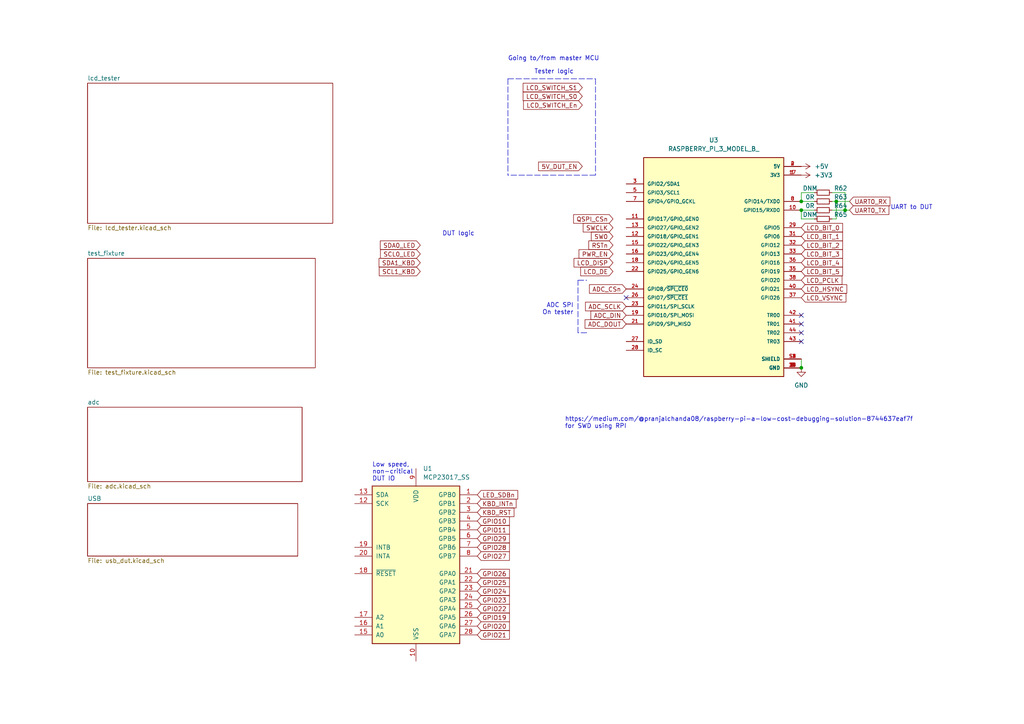
<source format=kicad_sch>
(kicad_sch (version 20211123) (generator eeschema)
  (paper "A4")
  (lib_symbols
    (symbol "Device:R_Small" (pin_numbers hide) (pin_names (offset 0.254) hide)
      (property "Reference" "R" (at 0.762 0.508 0))
      (property "Value" "R_Small" (at 0.762 -1.016 0))
      (symbol "R_Small_0_1"
        (rectangle (start -0.762 1.778) (end 0.762 -1.778) (stroke (width 0.2032)))
      )
      (symbol "R_Small_1_1"
        (pin passive line (at 0 2.54 270) (length 0.762) (name "~") (number "1"))
        (pin passive line (at 0 -2.54 90) (length 0.762) (name "~") (number "2"))
      )
    )
    (symbol "Interface_Expansion:MCP23017_SS" (pin_names (offset 1.016))
      (property "Reference" "U" (at -11.43 24.13 0))
      (property "Value" "MCP23017_SS" (at 0 0 0))
      (symbol "MCP23017_SS_0_1"
        (rectangle (start -12.7 22.86) (end 12.7 -22.86) (stroke (width 0.254)) (fill (type background)))
      )
      (symbol "MCP23017_SS_1_1"
        (pin bidirectional line (at 17.78 20.32 180) (length 5.08) (name "GPB0") (number "1"))
        (pin power_in line (at 0 -27.94 90) (length 5.08) (name "VSS") (number "10"))
        (pin no_connect line (at -12.7 15.24 0) (length 5.08) hide (name "NC") (number "11"))
        (pin input line (at -17.78 17.78 0) (length 5.08) (name "SCK") (number "12"))
        (pin bidirectional line (at -17.78 20.32 0) (length 5.08) (name "SDA") (number "13"))
        (pin no_connect line (at -12.7 12.7 0) (length 5.08) hide (name "NC") (number "14"))
        (pin input line (at -17.78 -20.32 0) (length 5.08) (name "A0") (number "15"))
        (pin input line (at -17.78 -17.78 0) (length 5.08) (name "A1") (number "16"))
        (pin input line (at -17.78 -15.24 0) (length 5.08) (name "A2") (number "17"))
        (pin input line (at -17.78 -2.54 0) (length 5.08) (name "~{RESET}") (number "18"))
        (pin tri_state line (at -17.78 5.08 0) (length 5.08) (name "INTB") (number "19"))
        (pin bidirectional line (at 17.78 17.78 180) (length 5.08) (name "GPB1") (number "2"))
        (pin tri_state line (at -17.78 2.54 0) (length 5.08) (name "INTA") (number "20"))
        (pin bidirectional line (at 17.78 -2.54 180) (length 5.08) (name "GPA0") (number "21"))
        (pin bidirectional line (at 17.78 -5.08 180) (length 5.08) (name "GPA1") (number "22"))
        (pin bidirectional line (at 17.78 -7.62 180) (length 5.08) (name "GPA2") (number "23"))
        (pin bidirectional line (at 17.78 -10.16 180) (length 5.08) (name "GPA3") (number "24"))
        (pin bidirectional line (at 17.78 -12.7 180) (length 5.08) (name "GPA4") (number "25"))
        (pin bidirectional line (at 17.78 -15.24 180) (length 5.08) (name "GPA5") (number "26"))
        (pin bidirectional line (at 17.78 -17.78 180) (length 5.08) (name "GPA6") (number "27"))
        (pin bidirectional line (at 17.78 -20.32 180) (length 5.08) (name "GPA7") (number "28"))
        (pin bidirectional line (at 17.78 15.24 180) (length 5.08) (name "GPB2") (number "3"))
        (pin bidirectional line (at 17.78 12.7 180) (length 5.08) (name "GPB3") (number "4"))
        (pin bidirectional line (at 17.78 10.16 180) (length 5.08) (name "GPB4") (number "5"))
        (pin bidirectional line (at 17.78 7.62 180) (length 5.08) (name "GPB5") (number "6"))
        (pin bidirectional line (at 17.78 5.08 180) (length 5.08) (name "GPB6") (number "7"))
        (pin bidirectional line (at 17.78 2.54 180) (length 5.08) (name "GPB7") (number "8"))
        (pin power_in line (at 0 27.94 270) (length 5.08) (name "VDD") (number "9"))
      )
    )
    (symbol "RASPBERRY_PI_3_MODEL_B_:RASPBERRY_PI_3_MODEL_B_" (pin_names (offset 1.016))
      (property "Reference" "U" (at -20.32 33.528 0))
      (property "Value" "RASPBERRY_PI_3_MODEL_B_" (at -20.32 -33.02 0))
      (symbol "RASPBERRY_PI_3_MODEL_B__0_0"
        (rectangle (start -20.32 -30.48) (end 20.32 33.02) (stroke (width 0.254)) (fill (type background)))
        (pin power_in line (at 25.4 27.94 180) (length 5.08) (name "3V3") (number "1"))
        (pin bidirectional line (at 25.4 17.78 180) (length 5.08) (name "GPIO15/RXD0") (number "10"))
        (pin bidirectional line (at -25.4 15.24 0) (length 5.08) (name "GPIO17/GPIO_GEN0") (number "11"))
        (pin bidirectional line (at -25.4 10.16 0) (length 5.08) (name "GPIO18/GPIO_GEN1") (number "12"))
        (pin bidirectional line (at -25.4 12.7 0) (length 5.08) (name "GPIO27/GPIO_GEN2") (number "13"))
        (pin power_in line (at 25.4 -27.94 180) (length 5.08) (name "GND") (number "14"))
        (pin bidirectional line (at -25.4 7.62 0) (length 5.08) (name "GPIO22/GPIO_GEN3") (number "15"))
        (pin bidirectional line (at -25.4 5.08 0) (length 5.08) (name "GPIO23/GPIO_GEN4") (number "16"))
        (pin power_in line (at 25.4 27.94 180) (length 5.08) (name "3V3") (number "17"))
        (pin bidirectional line (at -25.4 2.54 0) (length 5.08) (name "GPIO24/GPIO_GEN5") (number "18"))
        (pin bidirectional line (at -25.4 -12.7 0) (length 5.08) (name "GPIO10/SPI_MOSI") (number "19"))
        (pin power_in line (at 25.4 30.48 180) (length 5.08) (name "5V") (number "2"))
        (pin power_in line (at 25.4 -27.94 180) (length 5.08) (name "GND") (number "20"))
        (pin bidirectional line (at -25.4 -15.24 0) (length 5.08) (name "GPIO9/SPI_MISO") (number "21"))
        (pin bidirectional line (at -25.4 0 0) (length 5.08) (name "GPIO25/GPIO_GEN6") (number "22"))
        (pin bidirectional line (at -25.4 -10.16 0) (length 5.08) (name "GPIO11/SPI_SCLK") (number "23"))
        (pin bidirectional line (at -25.4 -5.08 0) (length 5.08) (name "GPIO8/~{SPI_CE0}") (number "24"))
        (pin power_in line (at 25.4 -27.94 180) (length 5.08) (name "GND") (number "25"))
        (pin bidirectional line (at -25.4 -7.62 0) (length 5.08) (name "GPIO7/~{SPI_CE1}") (number "26"))
        (pin bidirectional line (at -25.4 -20.32 0) (length 5.08) (name "ID_SD") (number "27"))
        (pin bidirectional line (at -25.4 -22.86 0) (length 5.08) (name "ID_SC") (number "28"))
        (pin bidirectional line (at 25.4 12.7 180) (length 5.08) (name "GPIO5") (number "29"))
        (pin bidirectional line (at -25.4 25.4 0) (length 5.08) (name "GPIO2/SDA1") (number "3"))
        (pin power_in line (at 25.4 -27.94 180) (length 5.08) (name "GND") (number "30"))
        (pin bidirectional line (at 25.4 10.16 180) (length 5.08) (name "GPIO6") (number "31"))
        (pin bidirectional line (at 25.4 7.62 180) (length 5.08) (name "GPIO12") (number "32"))
        (pin bidirectional line (at 25.4 5.08 180) (length 5.08) (name "GPIO13") (number "33"))
        (pin power_in line (at 25.4 -27.94 180) (length 5.08) (name "GND") (number "34"))
        (pin bidirectional line (at 25.4 0 180) (length 5.08) (name "GPIO19") (number "35"))
        (pin bidirectional line (at 25.4 2.54 180) (length 5.08) (name "GPIO16") (number "36"))
        (pin bidirectional line (at 25.4 -7.62 180) (length 5.08) (name "GPIO26") (number "37"))
        (pin bidirectional line (at 25.4 -2.54 180) (length 5.08) (name "GPIO20") (number "38"))
        (pin power_in line (at 25.4 -27.94 180) (length 5.08) (name "GND") (number "39"))
        (pin power_in line (at 25.4 30.48 180) (length 5.08) (name "5V") (number "4"))
        (pin bidirectional line (at 25.4 -5.08 180) (length 5.08) (name "GPIO21") (number "40"))
        (pin bidirectional line (at 25.4 -15.24 180) (length 5.08) (name "TR01") (number "41"))
        (pin bidirectional line (at 25.4 -12.7 180) (length 5.08) (name "TR00") (number "42"))
        (pin bidirectional line (at 25.4 -20.32 180) (length 5.08) (name "TR03") (number "43"))
        (pin bidirectional line (at 25.4 -17.78 180) (length 5.08) (name "TR02") (number "44"))
        (pin bidirectional line (at -25.4 22.86 0) (length 5.08) (name "GPIO3/SCL1") (number "5"))
        (pin power_in line (at 25.4 -27.94 180) (length 5.08) (name "GND") (number "6"))
        (pin bidirectional line (at -25.4 20.32 0) (length 5.08) (name "GPIO4/GPIO_GCKL") (number "7"))
        (pin bidirectional line (at 25.4 20.32 180) (length 5.08) (name "GPIO14/TXD0") (number "8"))
        (pin power_in line (at 25.4 -27.94 180) (length 5.08) (name "GND") (number "9"))
        (pin power_in line (at 25.4 -25.4 180) (length 5.08) (name "SHIELD") (number "S1"))
        (pin power_in line (at 25.4 -25.4 180) (length 5.08) (name "SHIELD") (number "S2"))
        (pin power_in line (at 25.4 -25.4 180) (length 5.08) (name "SHIELD") (number "S3"))
        (pin power_in line (at 25.4 -25.4 180) (length 5.08) (name "SHIELD") (number "S4"))
      )
    )
    (symbol "power:+3V3" (power) (pin_names (offset 0))
      (property "Value" "+3V3" (at 0 3.556 0))
      (symbol "+3V3_0_1"
        (polyline (pts (xy -0.762 1.27) (xy 0 2.54)))
        (polyline (pts (xy 0 0) (xy 0 2.54)))
        (polyline (pts (xy 0 2.54) (xy 0.762 1.27)))
      )
      (symbol "+3V3_1_1"
        (pin power_in line (at 0 0 90) (length 0) hide (name "+3V3") (number "1"))
      )
    )
    (symbol "power:+5V" (power) (pin_names (offset 0))
      (property "Value" "+5V" (at 0 3.556 0))
      (symbol "+5V_0_1"
        (polyline (pts (xy -0.762 1.27) (xy 0 2.54)))
        (polyline (pts (xy 0 0) (xy 0 2.54)))
        (polyline (pts (xy 0 2.54) (xy 0.762 1.27)))
      )
      (symbol "+5V_1_1"
        (pin power_in line (at 0 0 90) (length 0) hide (name "+5V") (number "1"))
      )
    )
    (symbol "power:GND" (power) (pin_names (offset 0))
      (property "Value" "GND" (at 0 -3.81 0))
      (symbol "GND_0_1"
        (polyline (pts (xy 0 0) (xy 0 -1.27) (xy 1.27 -1.27) (xy 0 -2.54) (xy -1.27 -1.27) (xy 0 -1.27)))
      )
      (symbol "GND_1_1"
        (pin power_in line (at 0 0 270) (length 0) hide (name "GND") (number "1"))
      )
    )
  )
  (junction (at 245.11 60.96))
  (junction (at 232.41 58.42))
  (junction (at 232.41 106.68))
  (junction (at 242.57 58.42))
  (junction (at 232.41 60.96))
  (no_connect (at 181.61 86.36))
  (no_connect (at 232.41 96.52))
  (no_connect (at 232.41 93.98))
  (no_connect (at 232.41 91.44))
  (no_connect (at 232.41 99.06))
  (wire (pts (xy 236.22 60.96) (xy 232.41 60.96)))
  (wire (pts (xy 232.41 63.5) (xy 232.41 60.96)))
  (polyline (pts (xy 147.32 22.86) (xy 147.32 50.8)))
  (wire (pts (xy 236.22 58.42) (xy 232.41 58.42)))
  (polyline (pts (xy 147.32 22.86) (xy 172.72 22.86)))
  (wire (pts (xy 241.3 63.5) (xy 242.57 63.5)))
  (wire (pts (xy 232.41 55.88) (xy 232.41 58.42)))
  (wire (pts (xy 245.11 55.88) (xy 241.3 55.88)))
  (wire (pts (xy 236.22 55.88) (xy 232.41 55.88)))
  (wire (pts (xy 246.38 60.96) (xy 245.11 60.96)))
  (wire (pts (xy 246.38 58.42) (xy 242.57 58.42)))
  (polyline (pts (xy 172.72 22.86) (xy 172.72 50.8)))
  (wire (pts (xy 232.41 104.14) (xy 232.41 106.68)))
  (wire (pts (xy 245.11 60.96) (xy 241.3 60.96)))
  (polyline (pts (xy 170.18 96.52) (xy 167.64 96.52)))
  (wire (pts (xy 242.57 58.42) (xy 241.3 58.42)))
  (polyline (pts (xy 167.64 96.52) (xy 167.64 81.28)))
  (wire (pts (xy 236.22 63.5) (xy 232.41 63.5)))
  (wire (pts (xy 245.11 60.96) (xy 245.11 55.88)))
  (wire (pts (xy 242.57 63.5) (xy 242.57 58.42)))
  (polyline (pts (xy 167.64 81.28) (xy 170.18 81.28)))
  (polyline (pts (xy 172.72 50.8) (xy 147.32 50.8)))
  (text "Tester logic" (at 154.94 21.59 0) (effects (font (size 1.27 1.27)) (justify left bottom)))
  (text "Low speed, \nnon-critical\nDUT IO" (at 107.95 139.7 0) (effects (font (size 1.27 1.27)) (justify left bottom)))
  (text "https://medium.com/@pranjalchanda08/raspberry-pi-a-low-cost-debugging-solution-8744637eaf7f\nfor SWD using RPI" (at 163.83 124.46 0) (effects (font (size 1.27 1.27)) (justify left bottom)))
  (text "Going to/from master MCU" (at 147.32 17.78 0) (effects (font (size 1.27 1.27)) (justify left bottom)))
  (text "ADC SPI\nOn tester" (at 166.37 91.44 180) (effects (font (size 1.27 1.27)) (justify right bottom)))
  (text "DUT logic" (at 128.27 68.58 0) (effects (font (size 1.27 1.27)) (justify left bottom)))
  (text "UART to DUT" (at 270.51 60.96 180) (effects (font (size 1.27 1.27)) (justify right bottom)))
  (global_label "ADC_DIN" (shape input) (at 181.61 91.44 180) (property "Intersheet References" "${INTERSHEET_REFS}" (effects hide)))
  (global_label "GPIO26" (shape input) (at 138.43 166.37 0) (property "Intersheet References" "${INTERSHEET_REFS}" (effects hide)))
  (global_label "PWR_EN" (shape input) (at 177.8 73.66 180) (property "Intersheet References" "${INTERSHEET_REFS}" (effects hide)))
  (global_label "SWCLK" (shape input) (at 177.8 66.04 180) (property "Intersheet References" "${INTERSHEET_REFS}" (effects hide)))
  (global_label "LCD_HSYNC" (shape input) (at 232.41 83.82 0) (property "Intersheet References" "${INTERSHEET_REFS}" (effects hide)))
  (global_label "KBD_INTn" (shape input) (at 138.43 146.05 0) (property "Intersheet References" "${INTERSHEET_REFS}" (effects hide)))
  (global_label "GPIO23" (shape input) (at 138.43 173.99 0) (property "Intersheet References" "${INTERSHEET_REFS}" (effects hide)))
  (global_label "LCD_SWITCH_En" (shape input) (at 168.91 30.48 180) (property "Intersheet References" "${INTERSHEET_REFS}" (effects hide)))
  (global_label "UART0_RX" (shape input) (at 246.38 58.42 0) (property "Intersheet References" "${INTERSHEET_REFS}" (effects hide)))
  (global_label "5V_DUT_EN" (shape input) (at 168.91 48.26 180) (property "Intersheet References" "${INTERSHEET_REFS}" (effects hide)))
  (global_label "LCD_PCLK" (shape input) (at 232.41 81.28 0) (property "Intersheet References" "${INTERSHEET_REFS}" (effects hide)))
  (global_label "SCL1_KBD" (shape input) (at 121.92 78.74 180) (property "Intersheet References" "${INTERSHEET_REFS}" (effects hide)))
  (global_label "QSPI_CSn" (shape input) (at 177.8 63.5 180) (property "Intersheet References" "${INTERSHEET_REFS}" (effects hide)))
  (global_label "LCD_BIT_5" (shape input) (at 232.41 78.74 0) (property "Intersheet References" "${INTERSHEET_REFS}" (effects hide)))
  (global_label "LCD_BIT_1" (shape input) (at 232.41 68.58 0) (property "Intersheet References" "${INTERSHEET_REFS}" (effects hide)))
  (global_label "LCD_BIT_3" (shape input) (at 232.41 73.66 0) (property "Intersheet References" "${INTERSHEET_REFS}" (effects hide)))
  (global_label "LCD_DISP" (shape input) (at 177.8 76.2 180) (property "Intersheet References" "${INTERSHEET_REFS}" (effects hide)))
  (global_label "SW0" (shape input) (at 177.8 68.58 180) (property "Intersheet References" "${INTERSHEET_REFS}" (effects hide)))
  (global_label "LED_SDBn" (shape input) (at 138.43 143.51 0) (property "Intersheet References" "${INTERSHEET_REFS}" (effects hide)))
  (global_label "LCD_SWITCH_S1" (shape input) (at 168.91 25.4 180) (property "Intersheet References" "${INTERSHEET_REFS}" (effects hide)))
  (global_label "LCD_VSYNC" (shape input) (at 232.41 86.36 0) (property "Intersheet References" "${INTERSHEET_REFS}" (effects hide)))
  (global_label "GPIO11" (shape input) (at 138.43 153.67 0) (property "Intersheet References" "${INTERSHEET_REFS}" (effects hide)))
  (global_label "LCD_BIT_0" (shape input) (at 232.41 66.04 0) (property "Intersheet References" "${INTERSHEET_REFS}" (effects hide)))
  (global_label "GPIO20" (shape input) (at 138.43 181.61 0) (property "Intersheet References" "${INTERSHEET_REFS}" (effects hide)))
  (global_label "LCD_SWITCH_S0" (shape input) (at 168.91 27.94 180) (property "Intersheet References" "${INTERSHEET_REFS}" (effects hide)))
  (global_label "LCD_BIT_2" (shape input) (at 232.41 71.12 0) (property "Intersheet References" "${INTERSHEET_REFS}" (effects hide)))
  (global_label "ADC_CSn" (shape input) (at 181.61 83.82 180) (property "Intersheet References" "${INTERSHEET_REFS}" (effects hide)))
  (global_label "GPIO22" (shape input) (at 138.43 176.53 0) (property "Intersheet References" "${INTERSHEET_REFS}" (effects hide)))
  (global_label "GPIO21" (shape input) (at 138.43 184.15 0) (property "Intersheet References" "${INTERSHEET_REFS}" (effects hide)))
  (global_label "GPIO10" (shape input) (at 138.43 151.13 0) (property "Intersheet References" "${INTERSHEET_REFS}" (effects hide)))
  (global_label "LCD_BIT_4" (shape input) (at 232.41 76.2 0) (property "Intersheet References" "${INTERSHEET_REFS}" (effects hide)))
  (global_label "ADC_DOUT" (shape input) (at 181.61 93.98 180) (property "Intersheet References" "${INTERSHEET_REFS}" (effects hide)))
  (global_label "RSTn" (shape input) (at 177.8 71.12 180) (property "Intersheet References" "${INTERSHEET_REFS}" (effects hide)))
  (global_label "GPIO25" (shape input) (at 138.43 168.91 0) (property "Intersheet References" "${INTERSHEET_REFS}" (effects hide)))
  (global_label "SCL0_LED" (shape input) (at 121.92 73.66 180) (property "Intersheet References" "${INTERSHEET_REFS}" (effects hide)))
  (global_label "LCD_DE" (shape input) (at 177.8 78.74 180) (property "Intersheet References" "${INTERSHEET_REFS}" (effects hide)))
  (global_label "KBD_RST" (shape input) (at 138.43 148.59 0) (property "Intersheet References" "${INTERSHEET_REFS}" (effects hide)))
  (global_label "ADC_SCLK" (shape input) (at 181.61 88.9 180) (property "Intersheet References" "${INTERSHEET_REFS}" (effects hide)))
  (global_label "UART0_TX" (shape input) (at 246.38 60.96 0) (property "Intersheet References" "${INTERSHEET_REFS}" (effects hide)))
  (global_label "GPIO29" (shape input) (at 138.43 156.21 0) (property "Intersheet References" "${INTERSHEET_REFS}" (effects hide)))
  (global_label "SDA0_LED" (shape input) (at 121.92 71.12 180) (property "Intersheet References" "${INTERSHEET_REFS}" (effects hide)))
  (global_label "GPIO28" (shape input) (at 138.43 158.75 0) (property "Intersheet References" "${INTERSHEET_REFS}" (effects hide)))
  (global_label "GPIO27" (shape input) (at 138.43 161.29 0) (property "Intersheet References" "${INTERSHEET_REFS}" (effects hide)))
  (global_label "GPIO24" (shape input) (at 138.43 171.45 0) (property "Intersheet References" "${INTERSHEET_REFS}" (effects hide)))
  (global_label "GPIO19" (shape input) (at 138.43 179.07 0) (property "Intersheet References" "${INTERSHEET_REFS}" (effects hide)))
  (global_label "SDA1_KBD" (shape input) (at 121.92 76.2 180) (property "Intersheet References" "${INTERSHEET_REFS}" (effects hide)))
  (symbol (lib_id "Interface_Expansion:MCP23017_SS") (at 120.65 163.83 0) (unit 1)
    (property "Reference" "U1" (at 122.6694 135.89 0) (effects (justify left)))
    (property "Value" "MCP23017_SS" (at 122.6694 138.43 0) (effects (justify left)))
    (property "Footprint" "Package_SO:SSOP-28_5.3x10.2mm_P0.65mm" (effects hide))
    (property "Datasheet" "http://ww1.microchip.com/downloads/en/DeviceDoc/20001952C.pdf" (effects hide))
  )
  (symbol (lib_id "power:+3V3") (at 232.41 50.8 270) (unit 1)
    (property "Reference" "#PWR0101" (effects hide))
    (property "Value" "+3V3" (at 236.22 50.7999 90) (effects (justify left)))
  )
  (symbol (lib_id "RASPBERRY_PI_3_MODEL_B_:RASPBERRY_PI_3_MODEL_B_") (at 207.01 78.74 0) (unit 1)
    (property "Reference" "U3" (at 207.01 40.64 0))
    (property "Value" "RASPBERRY_PI_3_MODEL_B_" (at 207.01 43.18 0))
    (property "Footprint" "raspberry pi:MODULE_RASPBERRY_PI_3_MODEL_B_" (effects hide))
    (property "MF" "Raspberry Pi" (effects hide))
    (property "MAXIMUM_PACKAGE_HEIGHT" "16 mm" (effects hide))
    (property "Package" "Raspberry Pi" (effects hide))
    (property "Price" "None" (effects hide))
    (property "Check_prices" "https://www.snapeda.com/parts/RASPBERRY%20PI%203%20MODEL%20B+/Raspberry+Pi/view-part/?ref=eda" (effects hide))
    (property "STANDARD" "Manufacturer Recommendations" (effects hide))
    (property "PARTREV" "N/A" (effects hide))
    (property "SnapEDA_Link" "https://www.snapeda.com/parts/RASPBERRY%20PI%203%20MODEL%20B+/Raspberry+Pi/view-part/?ref=snap" (effects hide))
    (property "MP" "RASPBERRY PI 3 MODEL B+" (effects hide))
    (property "Description" "\nSingle Board Computer, Model B+ 1GB RAM,Raspberry Pi 3 Series | Raspberry Pi RASPBERRY PI 3 MODEL B+\n" (effects hide))
    (property "SNAPEDA_PN" "RASPBERRY PI 3 MODEL B+" (effects hide))
    (property "Availability" "Not in stock" (effects hide))
    (property "MANUFACTURER" "Raspberry Pi" (effects hide))
  )
  (symbol (lib_id "Device:R_Small") (at 238.76 55.88 270) (mirror x) (unit 1)
    (property "Reference" "R62" (at 243.84 54.61 90))
    (property "Value" "DNM" (at 234.95 54.61 90))
    (property "Footprint" "Resistor_SMD:R_0603_1608Metric" (effects hide))
  )
  (symbol (lib_id "Device:R_Small") (at 238.76 63.5 270) (mirror x) (unit 1)
    (property "Reference" "R65" (at 243.84 62.23 90))
    (property "Value" "DNM" (at 234.95 62.23 90))
    (property "Footprint" "Resistor_SMD:R_0603_1608Metric" (effects hide))
  )
  (symbol (lib_id "Device:R_Small") (at 238.76 58.42 90) (mirror x) (unit 1)
    (property "Reference" "R63" (at 243.84 57.15 90))
    (property "Value" "0R" (at 234.95 57.15 90))
    (property "Footprint" "Resistor_SMD:R_0402_1005Metric" (effects hide))
  )
  (symbol (lib_id "Device:R_Small") (at 238.76 60.96 90) (mirror x) (unit 1)
    (property "Reference" "R64" (at 243.84 59.69 90))
    (property "Value" "0R" (at 234.95 59.69 90))
    (property "Footprint" "Resistor_SMD:R_0402_1005Metric" (effects hide))
  )
  (symbol (lib_id "power:GND") (at 232.41 106.68 0) (unit 1)
    (property "Reference" "#PWR0148" (effects hide))
    (property "Value" "GND" (at 232.41 111.76 0))
  )
  (symbol (lib_id "power:+5V") (at 232.41 48.26 270) (unit 1)
    (property "Reference" "#PWR0102" (effects hide))
    (property "Value" "+5V" (at 236.22 48.2599 90) (effects (justify left)))
  )
  (sheet (at 25.4 74.93) (size 66.04 31.75) (stroke (width 0.1524))
    (property "Sheet name" "test_fixture" (at 25.4 74.2184 0) (effects (justify left bottom)))
    (property "Sheet file" "test_fixture.kicad_sch" (at 25.4 107.2646 0) (effects (justify left top)))
  )
  (sheet (at 25.4 24.13) (size 71.12 40.64) (stroke (width 0.1524))
    (property "Sheet name" "lcd_tester" (at 25.4 23.4184 0) (effects (justify left bottom)))
    (property "Sheet file" "lcd_tester.kicad_sch" (at 25.4 65.3546 0) (effects (justify left top)))
  )
  (sheet (at 25.4 118.11) (size 62.23 21.59) (stroke (width 0.1524))
    (property "Sheet name" "adc" (at 25.4 117.3984 0) (effects (justify left bottom)))
    (property "Sheet file" "adc.kicad_sch" (at 25.4 140.2846 0) (effects (justify left top)))
  )
  (sheet (at 25.4 146.05) (size 60.96 15.24) (stroke (width 0.1524))
    (property "Sheet name" "USB" (at 25.4 145.3384 0) (effects (justify left bottom)))
    (property "Sheet file" "usb_dut.kicad_sch" (at 25.4 161.8746 0) (effects (justify left top)))
  )
)
</source>
